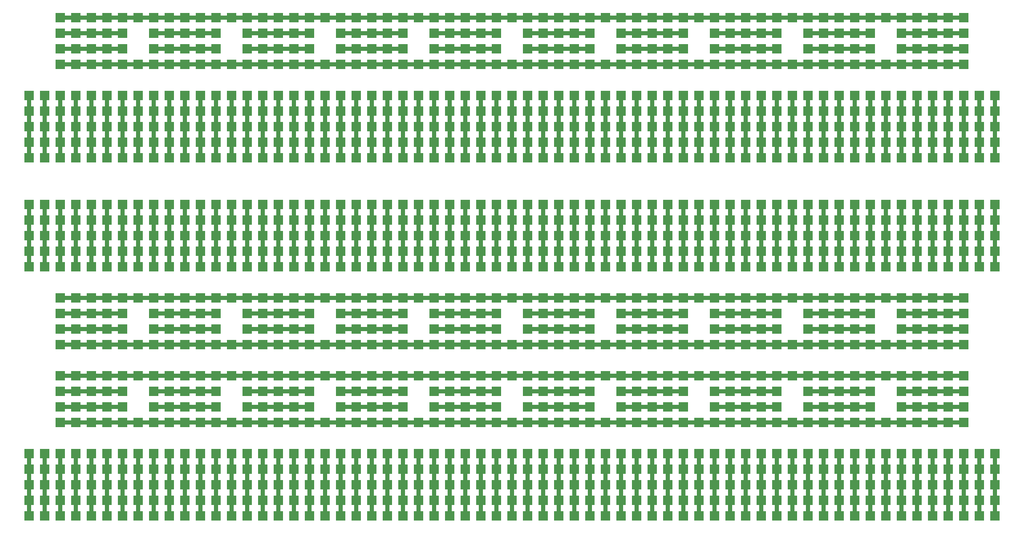
<source format=gbr>
G04 #@! TF.GenerationSoftware,KiCad,Pcbnew,(5.1.5)-3*
G04 #@! TF.CreationDate,2020-06-05T14:31:45+02:00*
G04 #@! TF.ProjectId,Perfboard,50657266-626f-4617-9264-2e6b69636164,rev?*
G04 #@! TF.SameCoordinates,Original*
G04 #@! TF.FileFunction,Copper,L2,Bot*
G04 #@! TF.FilePolarity,Positive*
%FSLAX46Y46*%
G04 Gerber Fmt 4.6, Leading zero omitted, Abs format (unit mm)*
G04 Created by KiCad (PCBNEW (5.1.5)-3) date 2020-06-05 14:31:45*
%MOMM*%
%LPD*%
G04 APERTURE LIST*
%ADD10R,1.524000X1.524000*%
%ADD11C,0.700000*%
G04 APERTURE END LIST*
D10*
X152400000Y-38100000D03*
X162560000Y-35560000D03*
X127000000Y-45720000D03*
X147320000Y-40640000D03*
X129540000Y-43180000D03*
X127000000Y-43180000D03*
X142240000Y-43180000D03*
X121920000Y-43180000D03*
X132080000Y-43180000D03*
X124460000Y-45720000D03*
X132080000Y-40640000D03*
X139700000Y-35560000D03*
X124460000Y-35560000D03*
X119380000Y-35560000D03*
X121920000Y-45720000D03*
X180340000Y-40640000D03*
X149860000Y-45720000D03*
X124460000Y-40640000D03*
X127000000Y-40640000D03*
X119380000Y-45720000D03*
X116840000Y-35560000D03*
X116840000Y-45720000D03*
X116840000Y-43180000D03*
X132080000Y-45720000D03*
X132080000Y-35560000D03*
X154940000Y-35560000D03*
X144780000Y-43180000D03*
X152400000Y-43180000D03*
X139700000Y-38100000D03*
X121920000Y-40640000D03*
X116840000Y-38100000D03*
X134620000Y-45720000D03*
X147320000Y-38100000D03*
X129540000Y-35560000D03*
X142240000Y-35560000D03*
X144780000Y-40640000D03*
X139700000Y-40640000D03*
X127000000Y-35560000D03*
X119380000Y-40640000D03*
X119380000Y-38100000D03*
X124460000Y-43180000D03*
X132080000Y-38100000D03*
X121920000Y-35560000D03*
X111760000Y-38100000D03*
X96520000Y-35560000D03*
X114300000Y-45720000D03*
X109220000Y-38100000D03*
X106680000Y-40640000D03*
X111760000Y-40640000D03*
X99060000Y-43180000D03*
X114300000Y-40640000D03*
X106680000Y-43180000D03*
X109220000Y-35560000D03*
X104140000Y-43180000D03*
X114300000Y-43180000D03*
X99060000Y-45720000D03*
X109220000Y-40640000D03*
X116840000Y-40640000D03*
X111760000Y-43180000D03*
X106680000Y-35560000D03*
X114300000Y-38100000D03*
X134620000Y-35560000D03*
X129540000Y-40640000D03*
X101600000Y-45720000D03*
X83820000Y-40640000D03*
X83820000Y-38100000D03*
X76200000Y-43180000D03*
X86360000Y-43180000D03*
X104140000Y-45720000D03*
X104140000Y-38100000D03*
X127000000Y-38100000D03*
X99060000Y-38100000D03*
X91440000Y-43180000D03*
X88900000Y-35560000D03*
X96520000Y-40640000D03*
X106680000Y-38100000D03*
X81280000Y-45720000D03*
X101600000Y-40640000D03*
X93980000Y-40640000D03*
X96520000Y-43180000D03*
X111760000Y-45720000D03*
X109220000Y-45720000D03*
X104140000Y-40640000D03*
X114300000Y-35560000D03*
X93980000Y-45720000D03*
X88900000Y-45720000D03*
X83820000Y-35560000D03*
X109220000Y-43180000D03*
X111760000Y-35560000D03*
X93980000Y-43180000D03*
X88900000Y-43180000D03*
X101600000Y-38100000D03*
X93980000Y-38100000D03*
X81280000Y-43180000D03*
X104140000Y-35560000D03*
X78740000Y-43180000D03*
X106680000Y-45720000D03*
X129540000Y-38100000D03*
X96520000Y-45720000D03*
X81280000Y-38100000D03*
X86360000Y-45720000D03*
X76200000Y-45720000D03*
X78740000Y-45720000D03*
X81280000Y-40640000D03*
X71120000Y-40640000D03*
X88900000Y-38100000D03*
X86360000Y-35560000D03*
X86360000Y-40640000D03*
X76200000Y-35560000D03*
X101600000Y-35560000D03*
X78740000Y-35560000D03*
X73660000Y-45720000D03*
X83820000Y-43180000D03*
X99060000Y-35560000D03*
X68580000Y-43180000D03*
X73660000Y-43180000D03*
X73660000Y-40640000D03*
X96520000Y-38100000D03*
X76200000Y-38100000D03*
X83820000Y-45720000D03*
X101600000Y-43180000D03*
X78740000Y-38100000D03*
X71120000Y-45720000D03*
X76200000Y-40640000D03*
X78740000Y-40640000D03*
X73660000Y-38100000D03*
X73660000Y-35560000D03*
X71120000Y-43180000D03*
X68580000Y-40640000D03*
X66040000Y-38100000D03*
X63500000Y-35560000D03*
X60960000Y-38100000D03*
X68580000Y-35560000D03*
X63500000Y-45720000D03*
X55880000Y-35560000D03*
X99060000Y-40640000D03*
X86360000Y-38100000D03*
X55880000Y-45720000D03*
X55880000Y-43180000D03*
X53340000Y-40640000D03*
X93980000Y-35560000D03*
X58420000Y-43180000D03*
X63500000Y-43180000D03*
X88900000Y-40640000D03*
X66040000Y-35560000D03*
X53340000Y-45720000D03*
X81280000Y-35560000D03*
X71120000Y-38100000D03*
X68580000Y-38100000D03*
X91440000Y-38100000D03*
X60960000Y-45720000D03*
X68580000Y-45720000D03*
X66040000Y-43180000D03*
X55880000Y-38100000D03*
X91440000Y-45720000D03*
X60960000Y-40640000D03*
X91440000Y-35560000D03*
X91440000Y-40640000D03*
X66040000Y-45720000D03*
X63500000Y-40640000D03*
X71120000Y-35560000D03*
X66040000Y-40640000D03*
X58420000Y-38100000D03*
X58420000Y-45720000D03*
X63500000Y-38100000D03*
X53340000Y-43180000D03*
X53340000Y-38100000D03*
X55880000Y-40640000D03*
X45720000Y-43180000D03*
X48260000Y-35560000D03*
X48260000Y-45720000D03*
X45720000Y-45720000D03*
X43180000Y-38100000D03*
X38100000Y-43180000D03*
X43180000Y-40640000D03*
X48260000Y-43180000D03*
X40640000Y-38100000D03*
X40640000Y-43180000D03*
X43180000Y-35560000D03*
X38100000Y-45720000D03*
X35560000Y-35560000D03*
X40640000Y-45720000D03*
X35560000Y-43180000D03*
X60960000Y-35560000D03*
X38100000Y-35560000D03*
X50800000Y-35560000D03*
X50800000Y-45720000D03*
X60960000Y-43180000D03*
X35560000Y-38100000D03*
X50800000Y-40640000D03*
X58420000Y-35560000D03*
X58420000Y-40640000D03*
X48260000Y-40640000D03*
X38100000Y-38100000D03*
X43180000Y-43180000D03*
X40640000Y-35560000D03*
X50800000Y-38100000D03*
X27940000Y-45720000D03*
X45720000Y-35560000D03*
X33020000Y-40640000D03*
X35560000Y-40640000D03*
X40640000Y-40640000D03*
X25400000Y-45720000D03*
X30480000Y-45720000D03*
X22860000Y-38100000D03*
X43180000Y-45720000D03*
X33020000Y-45720000D03*
X45720000Y-38100000D03*
X30480000Y-40640000D03*
X53340000Y-35560000D03*
X38100000Y-40640000D03*
X27940000Y-35560000D03*
X30480000Y-43180000D03*
X25400000Y-38100000D03*
X35560000Y-45720000D03*
X33020000Y-43180000D03*
X30480000Y-35560000D03*
X45720000Y-40640000D03*
X27940000Y-43180000D03*
X50800000Y-43180000D03*
X25400000Y-43180000D03*
X22860000Y-40640000D03*
X22860000Y-45720000D03*
X22860000Y-43180000D03*
X33020000Y-38100000D03*
X27940000Y-38100000D03*
X30480000Y-38100000D03*
X48260000Y-38100000D03*
X25400000Y-35560000D03*
X22860000Y-35560000D03*
X27940000Y-40640000D03*
X33020000Y-35560000D03*
X25400000Y-40640000D03*
X180340000Y-45720000D03*
X175260000Y-38100000D03*
X177800000Y-40640000D03*
X175260000Y-40640000D03*
X180340000Y-38100000D03*
X175260000Y-45720000D03*
X180340000Y-43180000D03*
X177800000Y-35560000D03*
X170180000Y-35560000D03*
X165100000Y-40640000D03*
X177800000Y-45720000D03*
X167640000Y-43180000D03*
X175260000Y-43180000D03*
X157480000Y-43180000D03*
X162560000Y-38100000D03*
X177800000Y-43180000D03*
X165100000Y-38100000D03*
X172720000Y-43180000D03*
X170180000Y-45720000D03*
X157480000Y-38100000D03*
X170180000Y-43180000D03*
X175260000Y-35560000D03*
X165100000Y-35560000D03*
X160020000Y-43180000D03*
X162560000Y-43180000D03*
X157480000Y-45720000D03*
X160020000Y-45720000D03*
X154940000Y-45720000D03*
X170180000Y-40640000D03*
X157480000Y-40640000D03*
X165100000Y-43180000D03*
X160020000Y-35560000D03*
X167640000Y-35560000D03*
X172720000Y-35560000D03*
X152400000Y-40640000D03*
X149860000Y-43180000D03*
X162560000Y-45720000D03*
X167640000Y-40640000D03*
X170180000Y-38100000D03*
X157480000Y-35560000D03*
X152400000Y-45720000D03*
X172720000Y-40640000D03*
X147320000Y-45720000D03*
X149860000Y-38100000D03*
X167640000Y-45720000D03*
X177800000Y-38100000D03*
X172720000Y-38100000D03*
X134620000Y-43180000D03*
X137160000Y-43180000D03*
X142240000Y-40640000D03*
X124460000Y-38100000D03*
X154940000Y-43180000D03*
X137160000Y-40640000D03*
X154940000Y-40640000D03*
X162560000Y-40640000D03*
X165100000Y-45720000D03*
X160020000Y-38100000D03*
X137160000Y-45720000D03*
X137160000Y-38100000D03*
X152400000Y-35560000D03*
X149860000Y-35560000D03*
X147320000Y-43180000D03*
X160020000Y-40640000D03*
X144780000Y-38100000D03*
X144780000Y-45720000D03*
X154940000Y-38100000D03*
X167640000Y-38100000D03*
X139700000Y-45720000D03*
X139700000Y-43180000D03*
X134620000Y-40640000D03*
X142240000Y-38100000D03*
X144780000Y-35560000D03*
X172720000Y-45720000D03*
X142240000Y-45720000D03*
X129540000Y-45720000D03*
X180340000Y-35560000D03*
X137160000Y-35560000D03*
X119380000Y-43180000D03*
X134620000Y-38100000D03*
X121920000Y-38100000D03*
X149860000Y-40640000D03*
X147320000Y-35560000D03*
X175260000Y-58420000D03*
X170180000Y-53340000D03*
X177800000Y-63500000D03*
X167640000Y-60960000D03*
X162560000Y-55880000D03*
X180340000Y-55880000D03*
X165100000Y-58420000D03*
X175260000Y-60960000D03*
X157480000Y-60960000D03*
X177800000Y-53340000D03*
X172720000Y-60960000D03*
X180340000Y-60960000D03*
X180340000Y-63500000D03*
X175260000Y-63500000D03*
X175260000Y-55880000D03*
X177800000Y-60960000D03*
X165100000Y-55880000D03*
X177800000Y-58420000D03*
X170180000Y-63500000D03*
X160020000Y-60960000D03*
X154940000Y-63500000D03*
X170180000Y-58420000D03*
X157480000Y-58420000D03*
X170180000Y-60960000D03*
X162560000Y-60960000D03*
X175260000Y-53340000D03*
X165100000Y-60960000D03*
X167640000Y-53340000D03*
X152400000Y-58420000D03*
X149860000Y-60960000D03*
X160020000Y-53340000D03*
X172720000Y-53340000D03*
X162560000Y-63500000D03*
X165100000Y-53340000D03*
X157480000Y-63500000D03*
X160020000Y-63500000D03*
X167640000Y-58420000D03*
X170180000Y-55880000D03*
X157480000Y-55880000D03*
X157480000Y-53340000D03*
X180340000Y-53340000D03*
X152400000Y-63500000D03*
X154940000Y-60960000D03*
X147320000Y-63500000D03*
X154940000Y-58420000D03*
X165100000Y-63500000D03*
X160020000Y-55880000D03*
X152400000Y-53340000D03*
X149860000Y-53340000D03*
X160020000Y-58420000D03*
X172720000Y-58420000D03*
X162560000Y-58420000D03*
X167640000Y-63500000D03*
X154940000Y-55880000D03*
X177800000Y-55880000D03*
X149860000Y-55880000D03*
X172720000Y-55880000D03*
X167640000Y-55880000D03*
X147320000Y-60960000D03*
X147320000Y-53340000D03*
X137160000Y-53340000D03*
X134620000Y-58420000D03*
X142240000Y-55880000D03*
X137160000Y-63500000D03*
X139700000Y-63500000D03*
X144780000Y-53340000D03*
X172720000Y-63500000D03*
X144780000Y-63500000D03*
X149860000Y-58420000D03*
X144780000Y-55880000D03*
X137160000Y-60960000D03*
X137160000Y-55880000D03*
X124460000Y-55880000D03*
X119380000Y-60960000D03*
X121920000Y-55880000D03*
X134620000Y-60960000D03*
X139700000Y-60960000D03*
X142240000Y-58420000D03*
X142240000Y-63500000D03*
X134620000Y-55880000D03*
X129540000Y-63500000D03*
X137160000Y-58420000D03*
X154940000Y-53340000D03*
X144780000Y-60960000D03*
X134620000Y-63500000D03*
X129540000Y-53340000D03*
X144780000Y-58420000D03*
X147320000Y-55880000D03*
X152400000Y-55880000D03*
X162560000Y-53340000D03*
X180340000Y-58420000D03*
X149860000Y-63500000D03*
X152400000Y-60960000D03*
X127000000Y-63500000D03*
X147320000Y-58420000D03*
X139700000Y-55880000D03*
X129540000Y-60960000D03*
X127000000Y-60960000D03*
X124460000Y-53340000D03*
X116840000Y-60960000D03*
X142240000Y-60960000D03*
X124460000Y-58420000D03*
X121920000Y-60960000D03*
X132080000Y-63500000D03*
X139700000Y-58420000D03*
X132080000Y-60960000D03*
X116840000Y-63500000D03*
X119380000Y-63500000D03*
X116840000Y-53340000D03*
X121920000Y-58420000D03*
X121920000Y-63500000D03*
X127000000Y-58420000D03*
X142240000Y-53340000D03*
X116840000Y-55880000D03*
X139700000Y-53340000D03*
X124460000Y-63500000D03*
X119380000Y-53340000D03*
X132080000Y-53340000D03*
X132080000Y-58420000D03*
X127000000Y-53340000D03*
X119380000Y-55880000D03*
X124460000Y-60960000D03*
X132080000Y-55880000D03*
X121920000Y-53340000D03*
X111760000Y-55880000D03*
X96520000Y-53340000D03*
X114300000Y-63500000D03*
X119380000Y-58420000D03*
X109220000Y-63500000D03*
X109220000Y-55880000D03*
X104140000Y-58420000D03*
X106680000Y-58420000D03*
X99060000Y-60960000D03*
X106680000Y-60960000D03*
X109220000Y-53340000D03*
X104140000Y-60960000D03*
X114300000Y-60960000D03*
X111760000Y-60960000D03*
X111760000Y-58420000D03*
X106680000Y-53340000D03*
X109220000Y-58420000D03*
X114300000Y-55880000D03*
X116840000Y-58420000D03*
X114300000Y-58420000D03*
X99060000Y-63500000D03*
X106680000Y-55880000D03*
X104140000Y-63500000D03*
X106680000Y-63500000D03*
X111760000Y-53340000D03*
X101600000Y-55880000D03*
X127000000Y-55880000D03*
X109220000Y-60960000D03*
X134620000Y-53340000D03*
X114300000Y-53340000D03*
X129540000Y-55880000D03*
X129540000Y-58420000D03*
X111760000Y-63500000D03*
X104140000Y-55880000D03*
X104140000Y-53340000D03*
X96520000Y-63500000D03*
X101600000Y-63500000D03*
X96520000Y-60960000D03*
X101600000Y-58420000D03*
X81280000Y-55880000D03*
X83820000Y-58420000D03*
X76200000Y-60960000D03*
X99060000Y-55880000D03*
X93980000Y-63500000D03*
X83820000Y-55880000D03*
X93980000Y-58420000D03*
X88900000Y-53340000D03*
X93980000Y-60960000D03*
X96520000Y-58420000D03*
X86360000Y-60960000D03*
X91440000Y-60960000D03*
X93980000Y-55880000D03*
X88900000Y-63500000D03*
X86360000Y-63500000D03*
X78740000Y-60960000D03*
X88900000Y-60960000D03*
X81280000Y-60960000D03*
X81280000Y-63500000D03*
X83820000Y-53340000D03*
X76200000Y-63500000D03*
X78740000Y-63500000D03*
X86360000Y-58420000D03*
X101600000Y-53340000D03*
X88900000Y-55880000D03*
X73660000Y-63500000D03*
X83820000Y-60960000D03*
X99060000Y-53340000D03*
X68580000Y-60960000D03*
X73660000Y-60960000D03*
X76200000Y-53340000D03*
X81280000Y-58420000D03*
X86360000Y-53340000D03*
X73660000Y-58420000D03*
X96520000Y-55880000D03*
X76200000Y-55880000D03*
X83820000Y-63500000D03*
X71120000Y-58420000D03*
X101600000Y-60960000D03*
X78740000Y-53340000D03*
X91440000Y-53340000D03*
X78740000Y-55880000D03*
X71120000Y-63500000D03*
X93980000Y-53340000D03*
X66040000Y-63500000D03*
X68580000Y-53340000D03*
X76200000Y-58420000D03*
X91440000Y-58420000D03*
X78740000Y-58420000D03*
X88900000Y-58420000D03*
X71120000Y-53340000D03*
X73660000Y-55880000D03*
X71120000Y-55880000D03*
X81280000Y-53340000D03*
X68580000Y-55880000D03*
X91440000Y-55880000D03*
X99060000Y-58420000D03*
X68580000Y-63500000D03*
X71120000Y-60960000D03*
X91440000Y-63500000D03*
X86360000Y-55880000D03*
X66040000Y-60960000D03*
X66040000Y-55880000D03*
X66040000Y-58420000D03*
X66040000Y-53340000D03*
X63500000Y-63500000D03*
X63500000Y-58420000D03*
X68580000Y-58420000D03*
X73660000Y-53340000D03*
X63500000Y-60960000D03*
X58420000Y-60960000D03*
X63500000Y-55880000D03*
X63500000Y-53340000D03*
X60960000Y-55880000D03*
X55880000Y-63500000D03*
X58420000Y-63500000D03*
X55880000Y-53340000D03*
X60960000Y-63500000D03*
X55880000Y-60960000D03*
X55880000Y-55880000D03*
X60960000Y-58420000D03*
X58420000Y-55880000D03*
X53340000Y-63500000D03*
X53340000Y-58420000D03*
X53340000Y-60960000D03*
X53340000Y-55880000D03*
X55880000Y-58420000D03*
X48260000Y-53340000D03*
X48260000Y-63500000D03*
X45720000Y-63500000D03*
X43180000Y-55880000D03*
X38100000Y-60960000D03*
X40640000Y-55880000D03*
X48260000Y-60960000D03*
X45720000Y-60960000D03*
X43180000Y-58420000D03*
X40640000Y-60960000D03*
X43180000Y-53340000D03*
X35560000Y-63500000D03*
X38100000Y-63500000D03*
X35560000Y-53340000D03*
X40640000Y-63500000D03*
X45720000Y-58420000D03*
X35560000Y-60960000D03*
X60960000Y-53340000D03*
X50800000Y-60960000D03*
X50800000Y-63500000D03*
X35560000Y-55880000D03*
X40640000Y-58420000D03*
X60960000Y-60960000D03*
X58420000Y-53340000D03*
X58420000Y-58420000D03*
X43180000Y-63500000D03*
X38100000Y-53340000D03*
X50800000Y-53340000D03*
X53340000Y-53340000D03*
X50800000Y-58420000D03*
X48260000Y-55880000D03*
X45720000Y-53340000D03*
X48260000Y-58420000D03*
X45720000Y-55880000D03*
X38100000Y-55880000D03*
X43180000Y-60960000D03*
X50800000Y-55880000D03*
X40640000Y-53340000D03*
X33020000Y-63500000D03*
X33020000Y-60960000D03*
X33020000Y-58420000D03*
X33020000Y-55880000D03*
X30480000Y-63500000D03*
X38100000Y-58420000D03*
X27940000Y-53340000D03*
X35560000Y-58420000D03*
X30480000Y-55880000D03*
X27940000Y-63500000D03*
X30480000Y-60960000D03*
X25400000Y-63500000D03*
X30480000Y-53340000D03*
X27940000Y-60960000D03*
X27940000Y-55880000D03*
X30480000Y-58420000D03*
X25400000Y-60960000D03*
X25400000Y-55880000D03*
X25400000Y-53340000D03*
X22860000Y-63500000D03*
X22860000Y-60960000D03*
X22860000Y-58420000D03*
X22860000Y-55880000D03*
X22860000Y-53340000D03*
X27940000Y-58420000D03*
X33020000Y-53340000D03*
X25400000Y-58420000D03*
X177800000Y-93980000D03*
X180340000Y-101600000D03*
X180340000Y-104140000D03*
X177800000Y-104140000D03*
X177800000Y-101600000D03*
X162560000Y-96520000D03*
X165100000Y-99060000D03*
X157480000Y-101600000D03*
X180340000Y-96520000D03*
X175260000Y-104140000D03*
X165100000Y-96520000D03*
X175260000Y-99060000D03*
X170180000Y-93980000D03*
X175260000Y-101600000D03*
X177800000Y-99060000D03*
X167640000Y-101600000D03*
X172720000Y-101600000D03*
X175260000Y-96520000D03*
X170180000Y-104140000D03*
X167640000Y-104140000D03*
X160020000Y-101600000D03*
X170180000Y-101600000D03*
X162560000Y-101600000D03*
X162560000Y-104140000D03*
X165100000Y-93980000D03*
X157480000Y-104140000D03*
X160020000Y-104140000D03*
X167640000Y-99060000D03*
X170180000Y-96520000D03*
X154940000Y-104140000D03*
X165100000Y-101600000D03*
X180340000Y-93980000D03*
X149860000Y-101600000D03*
X154940000Y-101600000D03*
X157480000Y-93980000D03*
X162560000Y-99060000D03*
X167640000Y-93980000D03*
X154940000Y-99060000D03*
X177800000Y-96520000D03*
X157480000Y-96520000D03*
X165100000Y-104140000D03*
X152400000Y-99060000D03*
X160020000Y-93980000D03*
X172720000Y-93980000D03*
X160020000Y-96520000D03*
X152400000Y-104140000D03*
X175260000Y-93980000D03*
X147320000Y-104140000D03*
X149860000Y-93980000D03*
X157480000Y-99060000D03*
X172720000Y-99060000D03*
X160020000Y-99060000D03*
X170180000Y-99060000D03*
X152400000Y-93980000D03*
X154940000Y-96520000D03*
X152400000Y-96520000D03*
X162560000Y-93980000D03*
X149860000Y-96520000D03*
X172720000Y-96520000D03*
X180340000Y-99060000D03*
X149860000Y-104140000D03*
X152400000Y-101600000D03*
X172720000Y-104140000D03*
X167640000Y-96520000D03*
X147320000Y-101600000D03*
X147320000Y-96520000D03*
X147320000Y-99060000D03*
X147320000Y-93980000D03*
X144780000Y-104140000D03*
X144780000Y-99060000D03*
X149860000Y-99060000D03*
X154940000Y-93980000D03*
X144780000Y-101600000D03*
X139700000Y-101600000D03*
X144780000Y-96520000D03*
X144780000Y-93980000D03*
X142240000Y-96520000D03*
X137160000Y-104140000D03*
X139700000Y-104140000D03*
X137160000Y-93980000D03*
X142240000Y-104140000D03*
X137160000Y-101600000D03*
X137160000Y-96520000D03*
X142240000Y-99060000D03*
X139700000Y-96520000D03*
X134620000Y-104140000D03*
X134620000Y-99060000D03*
X134620000Y-101600000D03*
X134620000Y-96520000D03*
X137160000Y-99060000D03*
X129540000Y-93980000D03*
X129540000Y-104140000D03*
X127000000Y-104140000D03*
X124460000Y-96520000D03*
X119380000Y-101600000D03*
X121920000Y-96520000D03*
X129540000Y-101600000D03*
X127000000Y-101600000D03*
X124460000Y-99060000D03*
X121920000Y-101600000D03*
X124460000Y-93980000D03*
X116840000Y-104140000D03*
X119380000Y-104140000D03*
X116840000Y-93980000D03*
X121920000Y-104140000D03*
X127000000Y-99060000D03*
X116840000Y-101600000D03*
X142240000Y-93980000D03*
X132080000Y-101600000D03*
X132080000Y-104140000D03*
X116840000Y-96520000D03*
X121920000Y-99060000D03*
X142240000Y-101600000D03*
X139700000Y-93980000D03*
X139700000Y-99060000D03*
X124460000Y-104140000D03*
X119380000Y-93980000D03*
X132080000Y-93980000D03*
X134620000Y-93980000D03*
X132080000Y-99060000D03*
X129540000Y-96520000D03*
X127000000Y-93980000D03*
X129540000Y-99060000D03*
X127000000Y-96520000D03*
X119380000Y-96520000D03*
X124460000Y-101600000D03*
X132080000Y-96520000D03*
X121920000Y-93980000D03*
X114300000Y-104140000D03*
X114300000Y-101600000D03*
X114300000Y-99060000D03*
X114300000Y-96520000D03*
X111760000Y-104140000D03*
X119380000Y-99060000D03*
X109220000Y-93980000D03*
X116840000Y-99060000D03*
X111760000Y-96520000D03*
X109220000Y-104140000D03*
X111760000Y-101600000D03*
X106680000Y-104140000D03*
X111760000Y-93980000D03*
X109220000Y-101600000D03*
X109220000Y-96520000D03*
X111760000Y-99060000D03*
X106680000Y-101600000D03*
X106680000Y-96520000D03*
X106680000Y-93980000D03*
X104140000Y-104140000D03*
X104140000Y-101600000D03*
X104140000Y-99060000D03*
X104140000Y-96520000D03*
X104140000Y-93980000D03*
X109220000Y-99060000D03*
X114300000Y-93980000D03*
X106680000Y-99060000D03*
X99060000Y-101600000D03*
X101600000Y-96520000D03*
X96520000Y-104140000D03*
X99060000Y-104140000D03*
X96520000Y-93980000D03*
X101600000Y-104140000D03*
X96520000Y-101600000D03*
X96520000Y-96520000D03*
X101600000Y-99060000D03*
X99060000Y-96520000D03*
X93980000Y-104140000D03*
X93980000Y-99060000D03*
X93980000Y-101600000D03*
X93980000Y-96520000D03*
X96520000Y-99060000D03*
X88900000Y-93980000D03*
X88900000Y-104140000D03*
X86360000Y-104140000D03*
X83820000Y-96520000D03*
X78740000Y-101600000D03*
X81280000Y-96520000D03*
X88900000Y-101600000D03*
X86360000Y-101600000D03*
X83820000Y-99060000D03*
X81280000Y-101600000D03*
X83820000Y-93980000D03*
X76200000Y-104140000D03*
X78740000Y-104140000D03*
X76200000Y-93980000D03*
X81280000Y-104140000D03*
X86360000Y-99060000D03*
X76200000Y-101600000D03*
X101600000Y-93980000D03*
X91440000Y-101600000D03*
X91440000Y-104140000D03*
X76200000Y-96520000D03*
X81280000Y-99060000D03*
X101600000Y-101600000D03*
X99060000Y-93980000D03*
X99060000Y-99060000D03*
X83820000Y-104140000D03*
X78740000Y-93980000D03*
X91440000Y-93980000D03*
X93980000Y-93980000D03*
X91440000Y-99060000D03*
X88900000Y-96520000D03*
X86360000Y-93980000D03*
X88900000Y-99060000D03*
X86360000Y-96520000D03*
X78740000Y-96520000D03*
X83820000Y-101600000D03*
X91440000Y-96520000D03*
X81280000Y-93980000D03*
X73660000Y-104140000D03*
X73660000Y-101600000D03*
X73660000Y-99060000D03*
X73660000Y-96520000D03*
X71120000Y-104140000D03*
X78740000Y-99060000D03*
X68580000Y-93980000D03*
X76200000Y-99060000D03*
X71120000Y-96520000D03*
X68580000Y-104140000D03*
X71120000Y-101600000D03*
X66040000Y-104140000D03*
X71120000Y-93980000D03*
X68580000Y-101600000D03*
X68580000Y-96520000D03*
X71120000Y-99060000D03*
X66040000Y-101600000D03*
X66040000Y-96520000D03*
X66040000Y-93980000D03*
X63500000Y-104140000D03*
X63500000Y-101600000D03*
X63500000Y-99060000D03*
X63500000Y-96520000D03*
X63500000Y-93980000D03*
X68580000Y-99060000D03*
X73660000Y-93980000D03*
X66040000Y-99060000D03*
X58420000Y-101600000D03*
X60960000Y-96520000D03*
X60960000Y-101600000D03*
X55880000Y-104140000D03*
X58420000Y-104140000D03*
X55880000Y-93980000D03*
X60960000Y-104140000D03*
X55880000Y-101600000D03*
X55880000Y-96520000D03*
X60960000Y-99060000D03*
X58420000Y-93980000D03*
X58420000Y-96520000D03*
X60960000Y-93980000D03*
X53340000Y-104140000D03*
X53340000Y-101600000D03*
X53340000Y-99060000D03*
X53340000Y-96520000D03*
X50800000Y-104140000D03*
X58420000Y-99060000D03*
X48260000Y-93980000D03*
X55880000Y-99060000D03*
X50800000Y-96520000D03*
X48260000Y-104140000D03*
X50800000Y-101600000D03*
X45720000Y-104140000D03*
X50800000Y-93980000D03*
X48260000Y-101600000D03*
X48260000Y-96520000D03*
X50800000Y-99060000D03*
X45720000Y-101600000D03*
X45720000Y-96520000D03*
X45720000Y-93980000D03*
X43180000Y-104140000D03*
X43180000Y-101600000D03*
X43180000Y-99060000D03*
X43180000Y-96520000D03*
X43180000Y-93980000D03*
X48260000Y-99060000D03*
X53340000Y-93980000D03*
X45720000Y-99060000D03*
X40640000Y-104140000D03*
X38100000Y-93980000D03*
X40640000Y-96520000D03*
X38100000Y-104140000D03*
X40640000Y-101600000D03*
X35560000Y-104140000D03*
X40640000Y-93980000D03*
X38100000Y-101600000D03*
X38100000Y-96520000D03*
X40640000Y-99060000D03*
X35560000Y-101600000D03*
X35560000Y-96520000D03*
X35560000Y-93980000D03*
X33020000Y-104140000D03*
X33020000Y-101600000D03*
X33020000Y-99060000D03*
X33020000Y-96520000D03*
X33020000Y-93980000D03*
X38100000Y-99060000D03*
X35560000Y-99060000D03*
X30480000Y-104140000D03*
X30480000Y-101600000D03*
X30480000Y-96520000D03*
X30480000Y-93980000D03*
X27940000Y-104140000D03*
X27940000Y-101600000D03*
X27940000Y-99060000D03*
X27940000Y-96520000D03*
X27940000Y-93980000D03*
X30480000Y-99060000D03*
X25400000Y-104140000D03*
X25400000Y-101600000D03*
X25400000Y-99060000D03*
X25400000Y-96520000D03*
X25400000Y-93980000D03*
X22860000Y-104140000D03*
X22860000Y-101600000D03*
X22860000Y-99060000D03*
X22860000Y-96520000D03*
X22860000Y-93980000D03*
X154940000Y-68580000D03*
X149860000Y-73660000D03*
X160020000Y-76200000D03*
X170180000Y-71120000D03*
X165100000Y-71120000D03*
X167640000Y-68580000D03*
X175260000Y-76200000D03*
X149860000Y-71120000D03*
X172720000Y-76200000D03*
X149860000Y-68580000D03*
X162560000Y-68580000D03*
X157480000Y-68580000D03*
X154940000Y-76200000D03*
X152400000Y-68580000D03*
X149860000Y-76200000D03*
X152400000Y-76200000D03*
X170180000Y-73660000D03*
X160020000Y-71120000D03*
X154940000Y-73660000D03*
X157480000Y-73660000D03*
X137160000Y-68580000D03*
X167640000Y-73660000D03*
X134620000Y-68580000D03*
X139700000Y-76200000D03*
X172720000Y-73660000D03*
X144780000Y-76200000D03*
X167640000Y-76200000D03*
X165100000Y-73660000D03*
X160020000Y-68580000D03*
X121920000Y-68580000D03*
X172720000Y-71120000D03*
X160020000Y-73660000D03*
X170180000Y-76200000D03*
X165100000Y-68580000D03*
X170180000Y-68580000D03*
X167640000Y-71120000D03*
X175260000Y-73660000D03*
X154940000Y-71120000D03*
X142240000Y-76200000D03*
X157480000Y-71120000D03*
X119380000Y-76200000D03*
X157480000Y-76200000D03*
X132080000Y-68580000D03*
X147320000Y-76200000D03*
X152400000Y-71120000D03*
X124460000Y-73660000D03*
X144780000Y-68580000D03*
X111760000Y-76200000D03*
X175260000Y-68580000D03*
X175260000Y-71120000D03*
X162560000Y-76200000D03*
X142240000Y-68580000D03*
X137160000Y-76200000D03*
X172720000Y-68580000D03*
X132080000Y-76200000D03*
X129540000Y-76200000D03*
X121920000Y-73660000D03*
X124460000Y-76200000D03*
X109220000Y-76200000D03*
X142240000Y-71120000D03*
X119380000Y-68580000D03*
X124460000Y-68580000D03*
X114300000Y-76200000D03*
X127000000Y-76200000D03*
X144780000Y-73660000D03*
X137160000Y-73660000D03*
X134620000Y-71120000D03*
X147320000Y-68580000D03*
X129540000Y-68580000D03*
X165100000Y-76200000D03*
X116840000Y-76200000D03*
X121920000Y-71120000D03*
X127000000Y-68580000D03*
X106680000Y-68580000D03*
X119380000Y-73660000D03*
X139700000Y-68580000D03*
X139700000Y-71120000D03*
X152400000Y-73660000D03*
X119380000Y-71120000D03*
X88900000Y-76200000D03*
X91440000Y-68580000D03*
X93980000Y-71120000D03*
X127000000Y-71120000D03*
X142240000Y-73660000D03*
X104140000Y-71120000D03*
X111760000Y-71120000D03*
X109220000Y-71120000D03*
X121920000Y-76200000D03*
X137160000Y-71120000D03*
X129540000Y-71120000D03*
X139700000Y-73660000D03*
X99060000Y-73660000D03*
X106680000Y-71120000D03*
X144780000Y-71120000D03*
X124460000Y-71120000D03*
X134620000Y-73660000D03*
X114300000Y-71120000D03*
X93980000Y-73660000D03*
X129540000Y-73660000D03*
X104140000Y-68580000D03*
X127000000Y-73660000D03*
X134620000Y-76200000D03*
X106680000Y-76200000D03*
X99060000Y-68580000D03*
X96520000Y-76200000D03*
X114300000Y-68580000D03*
X91440000Y-76200000D03*
X76200000Y-68580000D03*
X106680000Y-73660000D03*
X86360000Y-76200000D03*
X96520000Y-73660000D03*
X66040000Y-76200000D03*
X83820000Y-76200000D03*
X101600000Y-68580000D03*
X91440000Y-73660000D03*
X78740000Y-76200000D03*
X99060000Y-71120000D03*
X60960000Y-68580000D03*
X96520000Y-71120000D03*
X68580000Y-73660000D03*
X81280000Y-71120000D03*
X83820000Y-71120000D03*
X104140000Y-76200000D03*
X91440000Y-71120000D03*
X96520000Y-68580000D03*
X111760000Y-73660000D03*
X109220000Y-73660000D03*
X111760000Y-68580000D03*
X68580000Y-68580000D03*
X104140000Y-73660000D03*
X88900000Y-73660000D03*
X81280000Y-76200000D03*
X78740000Y-71120000D03*
X76200000Y-71120000D03*
X93980000Y-76200000D03*
X76200000Y-76200000D03*
X88900000Y-71120000D03*
X114300000Y-73660000D03*
X73660000Y-68580000D03*
X116840000Y-68580000D03*
X58420000Y-76200000D03*
X63500000Y-71120000D03*
X88900000Y-68580000D03*
X60960000Y-76200000D03*
X58420000Y-68580000D03*
X83820000Y-68580000D03*
X60960000Y-71120000D03*
X86360000Y-68580000D03*
X81280000Y-73660000D03*
X71120000Y-76200000D03*
X73660000Y-73660000D03*
X93980000Y-68580000D03*
X66040000Y-71120000D03*
X63500000Y-73660000D03*
X78740000Y-73660000D03*
X76200000Y-73660000D03*
X83820000Y-73660000D03*
X68580000Y-76200000D03*
X63500000Y-68580000D03*
X58420000Y-71120000D03*
X109220000Y-68580000D03*
X73660000Y-71120000D03*
X99060000Y-76200000D03*
X101600000Y-76200000D03*
X78740000Y-68580000D03*
X66040000Y-68580000D03*
X71120000Y-68580000D03*
X58420000Y-73660000D03*
X63500000Y-76200000D03*
X81280000Y-68580000D03*
X43180000Y-68580000D03*
X30480000Y-71120000D03*
X27940000Y-68580000D03*
X48260000Y-76200000D03*
X33020000Y-71120000D03*
X45720000Y-73660000D03*
X40640000Y-68580000D03*
X66040000Y-73660000D03*
X73660000Y-76200000D03*
X55880000Y-68580000D03*
X55880000Y-76200000D03*
X48260000Y-68580000D03*
X40640000Y-76200000D03*
X53340000Y-76200000D03*
X45720000Y-71120000D03*
X53340000Y-68580000D03*
X30480000Y-68580000D03*
X45720000Y-76200000D03*
X33020000Y-73660000D03*
X33020000Y-68580000D03*
X38100000Y-68580000D03*
X33020000Y-76200000D03*
X53340000Y-71120000D03*
X50800000Y-76200000D03*
X48260000Y-71120000D03*
X50800000Y-73660000D03*
X38100000Y-73660000D03*
X50800000Y-71120000D03*
X45720000Y-68580000D03*
X43180000Y-71120000D03*
X27940000Y-76200000D03*
X38100000Y-76200000D03*
X27940000Y-73660000D03*
X43180000Y-73660000D03*
X30480000Y-76200000D03*
X60960000Y-73660000D03*
X35560000Y-76200000D03*
X68580000Y-71120000D03*
X35560000Y-71120000D03*
X27940000Y-71120000D03*
X53340000Y-73660000D03*
X50800000Y-68580000D03*
X35560000Y-68580000D03*
X48260000Y-73660000D03*
X30480000Y-73660000D03*
X35560000Y-73660000D03*
X43180000Y-76200000D03*
X38100000Y-71120000D03*
X175260000Y-88900000D03*
X162560000Y-81280000D03*
X149860000Y-81280000D03*
X154940000Y-81280000D03*
X167640000Y-81280000D03*
X149860000Y-88900000D03*
X149860000Y-83820000D03*
X157480000Y-81280000D03*
X172720000Y-88900000D03*
X149860000Y-86360000D03*
X152400000Y-81280000D03*
X165100000Y-83820000D03*
X160020000Y-88900000D03*
X154940000Y-88900000D03*
X170180000Y-83820000D03*
X152400000Y-88900000D03*
X170180000Y-86360000D03*
X134620000Y-81280000D03*
X157480000Y-86360000D03*
X139700000Y-88900000D03*
X172720000Y-86360000D03*
X144780000Y-88900000D03*
X137160000Y-81280000D03*
X172720000Y-83820000D03*
X160020000Y-86360000D03*
X167640000Y-86360000D03*
X167640000Y-88900000D03*
X170180000Y-88900000D03*
X165100000Y-86360000D03*
X160020000Y-83820000D03*
X160020000Y-81280000D03*
X154940000Y-86360000D03*
X121920000Y-81280000D03*
X165100000Y-81280000D03*
X165100000Y-88900000D03*
X170180000Y-81280000D03*
X175260000Y-86360000D03*
X154940000Y-83820000D03*
X142240000Y-88900000D03*
X119380000Y-88900000D03*
X157480000Y-88900000D03*
X147320000Y-88900000D03*
X152400000Y-83820000D03*
X175260000Y-81280000D03*
X167640000Y-83820000D03*
X157480000Y-83820000D03*
X175260000Y-83820000D03*
X137160000Y-88900000D03*
X172720000Y-81280000D03*
X162560000Y-88900000D03*
X152400000Y-86360000D03*
X142240000Y-83820000D03*
X134620000Y-83820000D03*
X137160000Y-86360000D03*
X132080000Y-81280000D03*
X119380000Y-86360000D03*
X129540000Y-88900000D03*
X124460000Y-81280000D03*
X116840000Y-88900000D03*
X109220000Y-88900000D03*
X114300000Y-88900000D03*
X147320000Y-81280000D03*
X124460000Y-88900000D03*
X106680000Y-81280000D03*
X129540000Y-81280000D03*
X111760000Y-88900000D03*
X119380000Y-81280000D03*
X127000000Y-81280000D03*
X119380000Y-83820000D03*
X142240000Y-81280000D03*
X144780000Y-86360000D03*
X139700000Y-81280000D03*
X132080000Y-88900000D03*
X127000000Y-88900000D03*
X139700000Y-83820000D03*
X121920000Y-83820000D03*
X121920000Y-86360000D03*
X124460000Y-86360000D03*
X144780000Y-81280000D03*
X121920000Y-88900000D03*
X137160000Y-83820000D03*
X129540000Y-83820000D03*
X139700000Y-86360000D03*
X144780000Y-83820000D03*
X129540000Y-86360000D03*
X127000000Y-86360000D03*
X127000000Y-83820000D03*
X124460000Y-83820000D03*
X142240000Y-86360000D03*
X134620000Y-86360000D03*
X134620000Y-88900000D03*
X91440000Y-81280000D03*
X106680000Y-88900000D03*
X88900000Y-88900000D03*
X104140000Y-81280000D03*
X99060000Y-81280000D03*
X96520000Y-88900000D03*
X109220000Y-83820000D03*
X91440000Y-88900000D03*
X114300000Y-81280000D03*
X114300000Y-83820000D03*
X99060000Y-86360000D03*
X106680000Y-83820000D03*
X111760000Y-83820000D03*
X93980000Y-83820000D03*
X104140000Y-83820000D03*
X93980000Y-86360000D03*
X88900000Y-81280000D03*
X111760000Y-86360000D03*
X109220000Y-86360000D03*
X106680000Y-86360000D03*
X96520000Y-81280000D03*
X91440000Y-83820000D03*
X104140000Y-86360000D03*
X101600000Y-81280000D03*
X88900000Y-86360000D03*
X93980000Y-88900000D03*
X86360000Y-88900000D03*
X83820000Y-88900000D03*
X76200000Y-81280000D03*
X81280000Y-88900000D03*
X78740000Y-88900000D03*
X99060000Y-83820000D03*
X76200000Y-88900000D03*
X73660000Y-81280000D03*
X68580000Y-81280000D03*
X60960000Y-81280000D03*
X58420000Y-88900000D03*
X96520000Y-83820000D03*
X66040000Y-88900000D03*
X78740000Y-83820000D03*
X111760000Y-81280000D03*
X91440000Y-86360000D03*
X104140000Y-88900000D03*
X96520000Y-86360000D03*
X83820000Y-83820000D03*
X68580000Y-86360000D03*
X76200000Y-83820000D03*
X81280000Y-83820000D03*
X114300000Y-86360000D03*
X63500000Y-83820000D03*
X88900000Y-83820000D03*
X116840000Y-81280000D03*
X109220000Y-81280000D03*
X60960000Y-88900000D03*
X83820000Y-81280000D03*
X73660000Y-83820000D03*
X99060000Y-88900000D03*
X63500000Y-86360000D03*
X86360000Y-81280000D03*
X93980000Y-81280000D03*
X101600000Y-88900000D03*
X58420000Y-81280000D03*
X78740000Y-81280000D03*
X81280000Y-86360000D03*
X78740000Y-86360000D03*
X76200000Y-86360000D03*
X66040000Y-81280000D03*
X60960000Y-83820000D03*
X71120000Y-81280000D03*
X73660000Y-86360000D03*
X63500000Y-81280000D03*
X68580000Y-88900000D03*
X58420000Y-86360000D03*
X71120000Y-88900000D03*
X63500000Y-88900000D03*
X66040000Y-83820000D03*
X58420000Y-83820000D03*
X83820000Y-86360000D03*
X81280000Y-81280000D03*
X60960000Y-86360000D03*
X66040000Y-86360000D03*
X73660000Y-88900000D03*
X55880000Y-81280000D03*
X55880000Y-88900000D03*
X53340000Y-88900000D03*
X53340000Y-83820000D03*
X53340000Y-81280000D03*
X50800000Y-88900000D03*
X48260000Y-83820000D03*
X43180000Y-81280000D03*
X45720000Y-88900000D03*
X50800000Y-86360000D03*
X35560000Y-88900000D03*
X27940000Y-81280000D03*
X38100000Y-86360000D03*
X45720000Y-81280000D03*
X48260000Y-81280000D03*
X33020000Y-86360000D03*
X30480000Y-88900000D03*
X43180000Y-83820000D03*
X45720000Y-83820000D03*
X48260000Y-88900000D03*
X33020000Y-83820000D03*
X38100000Y-81280000D03*
X30480000Y-81280000D03*
X27940000Y-88900000D03*
X50800000Y-83820000D03*
X45720000Y-86360000D03*
X33020000Y-81280000D03*
X38100000Y-88900000D03*
X30480000Y-83820000D03*
X40640000Y-81280000D03*
X27940000Y-86360000D03*
X43180000Y-86360000D03*
X40640000Y-88900000D03*
X33020000Y-88900000D03*
X68580000Y-83820000D03*
X35560000Y-83820000D03*
X27940000Y-83820000D03*
X53340000Y-86360000D03*
X50800000Y-81280000D03*
X35560000Y-81280000D03*
X48260000Y-86360000D03*
X30480000Y-86360000D03*
X35560000Y-86360000D03*
X43180000Y-88900000D03*
X38100000Y-83820000D03*
X165100000Y-22860000D03*
X170180000Y-30480000D03*
X175260000Y-30480000D03*
X167640000Y-22860000D03*
X152400000Y-22860000D03*
X172720000Y-30480000D03*
X149860000Y-30480000D03*
X167640000Y-30480000D03*
X172720000Y-25400000D03*
X165100000Y-25400000D03*
X167640000Y-27940000D03*
X162560000Y-22860000D03*
X149860000Y-27940000D03*
X160020000Y-30480000D03*
X154940000Y-22860000D03*
X154940000Y-30480000D03*
X160020000Y-22860000D03*
X149860000Y-22860000D03*
X157480000Y-22860000D03*
X149860000Y-25400000D03*
X172720000Y-22860000D03*
X175260000Y-27940000D03*
X170180000Y-22860000D03*
X162560000Y-30480000D03*
X157480000Y-30480000D03*
X170180000Y-25400000D03*
X152400000Y-25400000D03*
X152400000Y-27940000D03*
X154940000Y-27940000D03*
X175260000Y-22860000D03*
X152400000Y-30480000D03*
X167640000Y-25400000D03*
X160020000Y-25400000D03*
X170180000Y-27940000D03*
X175260000Y-25400000D03*
X160020000Y-27940000D03*
X157480000Y-27940000D03*
X157480000Y-25400000D03*
X154940000Y-25400000D03*
X172720000Y-27940000D03*
X165100000Y-27940000D03*
X165100000Y-30480000D03*
X147320000Y-30480000D03*
X139700000Y-30480000D03*
X144780000Y-30480000D03*
X137160000Y-22860000D03*
X142240000Y-30480000D03*
X121920000Y-22860000D03*
X137160000Y-30480000D03*
X119380000Y-30480000D03*
X134620000Y-22860000D03*
X129540000Y-22860000D03*
X127000000Y-30480000D03*
X139700000Y-25400000D03*
X121920000Y-30480000D03*
X144780000Y-22860000D03*
X144780000Y-25400000D03*
X129540000Y-27940000D03*
X137160000Y-25400000D03*
X142240000Y-25400000D03*
X124460000Y-25400000D03*
X134620000Y-25400000D03*
X124460000Y-27940000D03*
X119380000Y-22860000D03*
X142240000Y-27940000D03*
X139700000Y-27940000D03*
X137160000Y-27940000D03*
X127000000Y-22860000D03*
X121920000Y-25400000D03*
X134620000Y-27940000D03*
X132080000Y-22860000D03*
X119380000Y-27940000D03*
X124460000Y-30480000D03*
X129540000Y-25400000D03*
X127000000Y-25400000D03*
X142240000Y-22860000D03*
X121920000Y-27940000D03*
X134620000Y-30480000D03*
X127000000Y-27940000D03*
X144780000Y-27940000D03*
X119380000Y-25400000D03*
X147320000Y-22860000D03*
X139700000Y-22860000D03*
X129540000Y-30480000D03*
X124460000Y-22860000D03*
X132080000Y-30480000D03*
X116840000Y-30480000D03*
X114300000Y-30480000D03*
X106680000Y-22860000D03*
X111760000Y-30480000D03*
X109220000Y-30480000D03*
X106680000Y-30480000D03*
X104140000Y-22860000D03*
X99060000Y-22860000D03*
X91440000Y-22860000D03*
X88900000Y-30480000D03*
X96520000Y-30480000D03*
X109220000Y-25400000D03*
X114300000Y-25400000D03*
X99060000Y-27940000D03*
X106680000Y-25400000D03*
X111760000Y-25400000D03*
X93980000Y-25400000D03*
X91440000Y-30480000D03*
X114300000Y-22860000D03*
X104140000Y-25400000D03*
X93980000Y-27940000D03*
X116840000Y-22860000D03*
X88900000Y-22860000D03*
X109220000Y-22860000D03*
X111760000Y-27940000D03*
X109220000Y-27940000D03*
X106680000Y-27940000D03*
X96520000Y-22860000D03*
X91440000Y-25400000D03*
X101600000Y-22860000D03*
X104140000Y-27940000D03*
X93980000Y-22860000D03*
X99060000Y-30480000D03*
X88900000Y-27940000D03*
X101600000Y-30480000D03*
X93980000Y-30480000D03*
X96520000Y-25400000D03*
X88900000Y-25400000D03*
X114300000Y-27940000D03*
X111760000Y-22860000D03*
X91440000Y-27940000D03*
X96520000Y-27940000D03*
X104140000Y-30480000D03*
X99060000Y-25400000D03*
X86360000Y-22860000D03*
X86360000Y-30480000D03*
X83820000Y-30480000D03*
X83820000Y-25400000D03*
X83820000Y-22860000D03*
X81280000Y-30480000D03*
X78740000Y-25400000D03*
X73660000Y-22860000D03*
X76200000Y-30480000D03*
X81280000Y-27940000D03*
X66040000Y-30480000D03*
X58420000Y-22860000D03*
X68580000Y-27940000D03*
X76200000Y-22860000D03*
X78740000Y-22860000D03*
X63500000Y-27940000D03*
X60960000Y-30480000D03*
X73660000Y-25400000D03*
X76200000Y-25400000D03*
X78740000Y-30480000D03*
X63500000Y-25400000D03*
X68580000Y-22860000D03*
X60960000Y-22860000D03*
X58420000Y-30480000D03*
X81280000Y-25400000D03*
X76200000Y-27940000D03*
X63500000Y-22860000D03*
X68580000Y-30480000D03*
X60960000Y-25400000D03*
X71120000Y-22860000D03*
X58420000Y-27940000D03*
X73660000Y-27940000D03*
X71120000Y-30480000D03*
X63500000Y-30480000D03*
X66040000Y-25400000D03*
X58420000Y-25400000D03*
X83820000Y-27940000D03*
X81280000Y-22860000D03*
X66040000Y-22860000D03*
X78740000Y-27940000D03*
X60960000Y-27940000D03*
X66040000Y-27940000D03*
X73660000Y-30480000D03*
X68580000Y-25400000D03*
X55880000Y-22860000D03*
X55880000Y-30480000D03*
X53340000Y-30480000D03*
X53340000Y-27940000D03*
X53340000Y-25400000D03*
X53340000Y-22860000D03*
X50800000Y-30480000D03*
X43180000Y-22860000D03*
X48260000Y-27940000D03*
X45720000Y-30480000D03*
X48260000Y-25400000D03*
X45720000Y-22860000D03*
X43180000Y-30480000D03*
X48260000Y-22860000D03*
X45720000Y-25400000D03*
X43180000Y-27940000D03*
X48260000Y-30480000D03*
X50800000Y-25400000D03*
X43180000Y-25400000D03*
X50800000Y-22860000D03*
X45720000Y-27940000D03*
X50800000Y-27940000D03*
X40640000Y-30480000D03*
X40640000Y-22860000D03*
X38100000Y-30480000D03*
X38100000Y-25400000D03*
X38100000Y-22860000D03*
X38100000Y-27940000D03*
X33020000Y-22860000D03*
X35560000Y-30480000D03*
X35560000Y-22860000D03*
X33020000Y-30480000D03*
X35560000Y-25400000D03*
X33020000Y-27940000D03*
X33020000Y-25400000D03*
X35560000Y-27940000D03*
X30480000Y-22860000D03*
X30480000Y-30480000D03*
X30480000Y-27940000D03*
X30480000Y-25400000D03*
X27940000Y-27940000D03*
X27940000Y-30480000D03*
X27940000Y-25400000D03*
X27940000Y-22860000D03*
D11*
X43180000Y-27940000D02*
X53340000Y-27940000D01*
X104140000Y-27940000D02*
X114300000Y-27940000D01*
X149860000Y-25400000D02*
X160020000Y-25400000D01*
X43180000Y-86360000D02*
X53340000Y-86360000D01*
X104140000Y-86360000D02*
X114300000Y-86360000D01*
X149860000Y-83820000D02*
X160020000Y-83820000D01*
X43180000Y-73660000D02*
X53340000Y-73660000D01*
X104140000Y-73660000D02*
X114300000Y-73660000D01*
X149860000Y-71120000D02*
X160020000Y-71120000D01*
X22860000Y-93980000D02*
X22860000Y-104140000D01*
X25400000Y-93980000D02*
X25400000Y-104140000D01*
X30480000Y-93980000D02*
X30480000Y-104140000D01*
X27940000Y-93980000D02*
X27940000Y-104140000D01*
X38100000Y-93980000D02*
X38100000Y-104140000D01*
X35560000Y-93980000D02*
X35560000Y-104140000D01*
X40640000Y-93980000D02*
X40640000Y-104140000D01*
X33020000Y-93980000D02*
X33020000Y-104140000D01*
X60960000Y-93980000D02*
X60960000Y-104140000D01*
X48260000Y-93980000D02*
X48260000Y-104140000D01*
X55880000Y-93980000D02*
X55880000Y-104140000D01*
X45720000Y-93980000D02*
X45720000Y-104140000D01*
X50800000Y-93980000D02*
X50800000Y-104140000D01*
X58420000Y-93980000D02*
X58420000Y-104140000D01*
X53340000Y-93980000D02*
X53340000Y-104140000D01*
X43180000Y-93980000D02*
X43180000Y-104140000D01*
X83820000Y-93980000D02*
X83820000Y-104140000D01*
X81280000Y-93980000D02*
X81280000Y-104140000D01*
X68580000Y-93980000D02*
X68580000Y-104140000D01*
X101600000Y-93980000D02*
X101600000Y-104140000D01*
X96520000Y-93980000D02*
X96520000Y-104140000D01*
X76200000Y-93980000D02*
X76200000Y-104140000D01*
X91440000Y-93980000D02*
X91440000Y-104140000D01*
X93980000Y-93980000D02*
X93980000Y-104140000D01*
X66040000Y-93980000D02*
X66040000Y-104140000D01*
X71120000Y-93980000D02*
X71120000Y-104140000D01*
X78740000Y-93980000D02*
X78740000Y-104140000D01*
X86360000Y-93980000D02*
X86360000Y-104140000D01*
X88900000Y-93980000D02*
X88900000Y-104140000D01*
X99060000Y-93980000D02*
X99060000Y-104140000D01*
X73660000Y-93980000D02*
X73660000Y-104140000D01*
X63500000Y-93980000D02*
X63500000Y-104140000D01*
X124460000Y-93980000D02*
X124460000Y-104140000D01*
X121920000Y-93980000D02*
X121920000Y-104140000D01*
X109220000Y-93980000D02*
X109220000Y-104140000D01*
X142240000Y-93980000D02*
X142240000Y-104140000D01*
X137160000Y-93980000D02*
X137160000Y-104140000D01*
X116840000Y-93980000D02*
X116840000Y-104140000D01*
X132080000Y-93980000D02*
X132080000Y-104140000D01*
X134620000Y-93980000D02*
X134620000Y-104140000D01*
X106680000Y-93980000D02*
X106680000Y-104140000D01*
X111760000Y-93980000D02*
X111760000Y-104140000D01*
X119380000Y-93980000D02*
X119380000Y-104140000D01*
X127000000Y-93980000D02*
X127000000Y-104140000D01*
X129540000Y-93980000D02*
X129540000Y-104140000D01*
X139700000Y-93980000D02*
X139700000Y-104140000D01*
X114300000Y-93980000D02*
X114300000Y-104140000D01*
X165100000Y-93980000D02*
X165100000Y-104140000D01*
X177800000Y-93980000D02*
X177800000Y-104140000D01*
X180340000Y-93980000D02*
X180340000Y-104140000D01*
X175260000Y-93980000D02*
X175260000Y-104140000D01*
X162560000Y-93980000D02*
X162560000Y-104140000D01*
X147320000Y-93980000D02*
X147320000Y-104140000D01*
X170180000Y-93980000D02*
X170180000Y-104140000D01*
X167640000Y-93980000D02*
X167640000Y-104140000D01*
X157480000Y-93980000D02*
X157480000Y-104140000D01*
X172720000Y-93980000D02*
X172720000Y-104140000D01*
X152400000Y-93980000D02*
X152400000Y-104140000D01*
X160020000Y-93980000D02*
X160020000Y-104140000D01*
X154940000Y-93980000D02*
X154940000Y-104140000D01*
X144780000Y-93980000D02*
X144780000Y-104140000D01*
X149860000Y-93980000D02*
X149860000Y-104140000D01*
X104140000Y-93980000D02*
X104140000Y-104140000D01*
X104140000Y-53340000D02*
X104140000Y-63500000D01*
X162560000Y-53340000D02*
X162560000Y-63500000D01*
X172720000Y-53340000D02*
X172720000Y-63500000D01*
X127000000Y-53340000D02*
X127000000Y-63500000D01*
X144780000Y-53340000D02*
X144780000Y-63500000D01*
X177800000Y-53340000D02*
X177800000Y-63500000D01*
X157480000Y-53340000D02*
X157480000Y-63500000D01*
X170180000Y-53340000D02*
X170180000Y-63500000D01*
X147320000Y-53340000D02*
X147320000Y-63500000D01*
X165100000Y-53340000D02*
X165100000Y-63500000D01*
X139700000Y-53340000D02*
X139700000Y-63500000D01*
X149860000Y-53340000D02*
X149860000Y-63500000D01*
X167640000Y-53340000D02*
X167640000Y-63500000D01*
X154940000Y-53340000D02*
X154940000Y-63500000D01*
X152400000Y-53340000D02*
X152400000Y-63500000D01*
X129540000Y-53340000D02*
X129540000Y-63500000D01*
X175260000Y-53340000D02*
X175260000Y-63500000D01*
X160020000Y-53340000D02*
X160020000Y-63500000D01*
X114300000Y-53340000D02*
X114300000Y-63500000D01*
X180340000Y-53340000D02*
X180340000Y-63500000D01*
X43180000Y-53340000D02*
X43180000Y-63500000D01*
X40640000Y-53340000D02*
X40640000Y-63500000D01*
X27940000Y-53340000D02*
X27940000Y-63500000D01*
X60960000Y-53340000D02*
X60960000Y-63500000D01*
X55880000Y-53340000D02*
X55880000Y-63500000D01*
X35560000Y-53340000D02*
X35560000Y-63500000D01*
X50800000Y-53340000D02*
X50800000Y-63500000D01*
X53340000Y-53340000D02*
X53340000Y-63500000D01*
X25400000Y-53340000D02*
X25400000Y-63500000D01*
X30480000Y-53340000D02*
X30480000Y-63500000D01*
X38100000Y-53340000D02*
X38100000Y-63500000D01*
X45720000Y-53340000D02*
X45720000Y-63500000D01*
X48260000Y-53340000D02*
X48260000Y-63500000D01*
X58420000Y-53340000D02*
X58420000Y-63500000D01*
X33020000Y-53340000D02*
X33020000Y-63500000D01*
X132080000Y-53340000D02*
X132080000Y-63500000D01*
X134620000Y-53340000D02*
X134620000Y-63500000D01*
X83820000Y-53340000D02*
X83820000Y-63500000D01*
X106680000Y-53340000D02*
X106680000Y-63500000D01*
X142240000Y-53340000D02*
X142240000Y-63500000D01*
X119380000Y-53340000D02*
X119380000Y-63500000D01*
X96520000Y-53340000D02*
X96520000Y-63500000D01*
X99060000Y-53340000D02*
X99060000Y-63500000D01*
X93980000Y-53340000D02*
X93980000Y-63500000D01*
X81280000Y-53340000D02*
X81280000Y-63500000D01*
X121920000Y-53340000D02*
X121920000Y-63500000D01*
X66040000Y-53340000D02*
X66040000Y-63500000D01*
X101600000Y-53340000D02*
X101600000Y-63500000D01*
X109220000Y-53340000D02*
X109220000Y-63500000D01*
X137160000Y-53340000D02*
X137160000Y-63500000D01*
X111760000Y-53340000D02*
X111760000Y-63500000D01*
X88900000Y-53340000D02*
X88900000Y-63500000D01*
X124460000Y-53340000D02*
X124460000Y-63500000D01*
X86360000Y-53340000D02*
X86360000Y-63500000D01*
X76200000Y-53340000D02*
X76200000Y-63500000D01*
X91440000Y-53340000D02*
X91440000Y-63500000D01*
X71120000Y-53340000D02*
X71120000Y-63500000D01*
X78740000Y-53340000D02*
X78740000Y-63500000D01*
X73660000Y-53340000D02*
X73660000Y-63500000D01*
X63500000Y-53340000D02*
X63500000Y-63500000D01*
X116840000Y-53340000D02*
X116840000Y-63500000D01*
X68580000Y-53340000D02*
X68580000Y-63500000D01*
X22860000Y-53340000D02*
X22860000Y-63500000D01*
X60960000Y-35560000D02*
X60960000Y-45720000D01*
X45720000Y-35560000D02*
X45720000Y-45720000D01*
X48260000Y-35560000D02*
X48260000Y-45720000D01*
X33020000Y-35560000D02*
X33020000Y-45720000D01*
X134620000Y-35560000D02*
X134620000Y-45720000D01*
X38100000Y-35560000D02*
X38100000Y-45720000D01*
X157480000Y-35560000D02*
X157480000Y-45720000D01*
X96520000Y-35560000D02*
X96520000Y-45720000D01*
X172720000Y-35560000D02*
X172720000Y-45720000D01*
X154940000Y-35560000D02*
X154940000Y-45720000D01*
X177800000Y-35560000D02*
X177800000Y-45720000D01*
X170180000Y-35560000D02*
X170180000Y-45720000D01*
X149860000Y-35560000D02*
X149860000Y-45720000D01*
X152400000Y-35560000D02*
X152400000Y-45720000D01*
X129540000Y-35560000D02*
X129540000Y-45720000D01*
X27940000Y-35560000D02*
X27940000Y-45720000D01*
X25400000Y-35560000D02*
X25400000Y-45720000D01*
X40640000Y-35560000D02*
X40640000Y-45720000D01*
X167640000Y-35560000D02*
X167640000Y-45720000D01*
X58420000Y-35560000D02*
X58420000Y-45720000D01*
X106680000Y-35560000D02*
X106680000Y-45720000D01*
X83820000Y-35560000D02*
X83820000Y-45720000D01*
X43180000Y-35560000D02*
X43180000Y-45720000D01*
X50800000Y-35560000D02*
X50800000Y-45720000D01*
X139700000Y-35560000D02*
X139700000Y-45720000D01*
X175260000Y-35560000D02*
X175260000Y-45720000D01*
X162560000Y-35560000D02*
X162560000Y-45720000D01*
X30480000Y-35560000D02*
X30480000Y-45720000D01*
X142240000Y-35560000D02*
X142240000Y-45720000D01*
X119380000Y-35560000D02*
X119380000Y-45720000D01*
X99060000Y-35560000D02*
X99060000Y-45720000D01*
X104140000Y-35560000D02*
X104140000Y-45720000D01*
X144780000Y-35560000D02*
X144780000Y-45720000D01*
X114300000Y-35560000D02*
X114300000Y-45720000D01*
X147320000Y-35560000D02*
X147320000Y-45720000D01*
X35560000Y-35560000D02*
X35560000Y-45720000D01*
X132080000Y-35560000D02*
X132080000Y-45720000D01*
X160020000Y-35560000D02*
X160020000Y-45720000D01*
X55880000Y-35560000D02*
X55880000Y-45720000D01*
X53340000Y-35560000D02*
X53340000Y-45720000D01*
X180340000Y-35560000D02*
X180340000Y-45720000D01*
X127000000Y-35560000D02*
X127000000Y-45720000D01*
X165100000Y-35560000D02*
X165100000Y-45720000D01*
X93980000Y-35560000D02*
X93980000Y-45720000D01*
X66040000Y-35560000D02*
X66040000Y-45720000D01*
X137160000Y-35560000D02*
X137160000Y-45720000D01*
X111760000Y-35560000D02*
X111760000Y-45720000D01*
X124460000Y-35560000D02*
X124460000Y-45720000D01*
X86360000Y-35560000D02*
X86360000Y-45720000D01*
X76200000Y-35560000D02*
X76200000Y-45720000D01*
X88900000Y-35560000D02*
X88900000Y-45720000D01*
X91440000Y-35560000D02*
X91440000Y-45720000D01*
X121920000Y-35560000D02*
X121920000Y-45720000D01*
X101600000Y-35560000D02*
X101600000Y-45720000D01*
X109220000Y-35560000D02*
X109220000Y-45720000D01*
X81280000Y-35560000D02*
X81280000Y-45720000D01*
X73660000Y-35560000D02*
X73660000Y-45720000D01*
X22860000Y-35560000D02*
X22860000Y-45720000D01*
X116840000Y-35560000D02*
X116840000Y-45720000D01*
X78740000Y-35560000D02*
X78740000Y-45720000D01*
X63500000Y-35560000D02*
X63500000Y-45720000D01*
X71120000Y-35560000D02*
X71120000Y-45720000D01*
X68580000Y-35560000D02*
X68580000Y-45720000D01*
X143702000Y-22860000D02*
X175260000Y-22860000D01*
X27940000Y-22860000D02*
X143702000Y-22860000D01*
X27940000Y-25400000D02*
X38100000Y-25400000D01*
X27940000Y-27940000D02*
X38100000Y-27940000D01*
X43180000Y-25400000D02*
X53340000Y-25400000D01*
X58420000Y-25400000D02*
X68580000Y-25400000D01*
X58420000Y-27940000D02*
X68580000Y-27940000D01*
X73660000Y-25400000D02*
X83820000Y-25400000D01*
X73660000Y-27940000D02*
X83820000Y-27940000D01*
X88900000Y-25400000D02*
X99060000Y-25400000D01*
X88900000Y-27940000D02*
X99060000Y-27940000D01*
X104140000Y-25400000D02*
X114300000Y-25400000D01*
X119380000Y-25400000D02*
X129540000Y-25400000D01*
X119380000Y-27940000D02*
X129540000Y-27940000D01*
X134620000Y-25400000D02*
X144780000Y-25400000D01*
X134620000Y-27940000D02*
X144780000Y-27940000D01*
X149860000Y-27940000D02*
X160020000Y-27940000D01*
X165100000Y-25400000D02*
X175260000Y-25400000D01*
X165100000Y-27940000D02*
X175260000Y-27940000D01*
X29018000Y-30480000D02*
X27940000Y-30480000D01*
X175260000Y-30480000D02*
X29018000Y-30480000D01*
X27940000Y-68580000D02*
X158942000Y-68580000D01*
X158942000Y-68580000D02*
X175260000Y-68580000D01*
X164022000Y-76200000D02*
X175260000Y-76200000D01*
X27940000Y-76200000D02*
X164022000Y-76200000D01*
X27940000Y-71120000D02*
X38100000Y-71120000D01*
X27940000Y-73660000D02*
X38100000Y-73660000D01*
X43180000Y-71120000D02*
X53340000Y-71120000D01*
X58420000Y-71120000D02*
X68580000Y-71120000D01*
X58420000Y-73660000D02*
X68580000Y-73660000D01*
X73660000Y-71120000D02*
X83820000Y-71120000D01*
X73660000Y-73660000D02*
X83820000Y-73660000D01*
X88900000Y-71120000D02*
X99060000Y-71120000D01*
X88900000Y-73660000D02*
X99060000Y-73660000D01*
X104140000Y-71120000D02*
X114300000Y-71120000D01*
X119380000Y-71120000D02*
X129540000Y-71120000D01*
X119380000Y-73660000D02*
X129540000Y-73660000D01*
X134620000Y-71120000D02*
X144780000Y-71120000D01*
X134620000Y-73660000D02*
X144780000Y-73660000D01*
X149860000Y-73660000D02*
X160020000Y-73660000D01*
X165100000Y-71120000D02*
X175260000Y-71120000D01*
X165100000Y-73660000D02*
X175260000Y-73660000D01*
X169102000Y-81280000D02*
X175260000Y-81280000D01*
X27940000Y-81280000D02*
X169102000Y-81280000D01*
X27940000Y-83820000D02*
X38100000Y-83820000D01*
X27940000Y-86360000D02*
X38100000Y-86360000D01*
X141162000Y-88900000D02*
X175260000Y-88900000D01*
X27940000Y-88900000D02*
X141162000Y-88900000D01*
X43180000Y-83820000D02*
X53340000Y-83820000D01*
X58420000Y-83820000D02*
X68580000Y-83820000D01*
X58420000Y-86360000D02*
X68580000Y-86360000D01*
X73660000Y-83820000D02*
X83820000Y-83820000D01*
X73660000Y-86360000D02*
X83820000Y-86360000D01*
X88900000Y-83820000D02*
X99060000Y-83820000D01*
X88900000Y-86360000D02*
X99060000Y-86360000D01*
X104140000Y-83820000D02*
X114300000Y-83820000D01*
X119380000Y-83820000D02*
X129540000Y-83820000D01*
X119380000Y-86360000D02*
X129540000Y-86360000D01*
X134620000Y-83820000D02*
X144780000Y-83820000D01*
X134620000Y-86360000D02*
X144780000Y-86360000D01*
X149860000Y-86360000D02*
X160020000Y-86360000D01*
X165100000Y-83820000D02*
X175260000Y-83820000D01*
X165100000Y-86360000D02*
X175260000Y-86360000D01*
M02*

</source>
